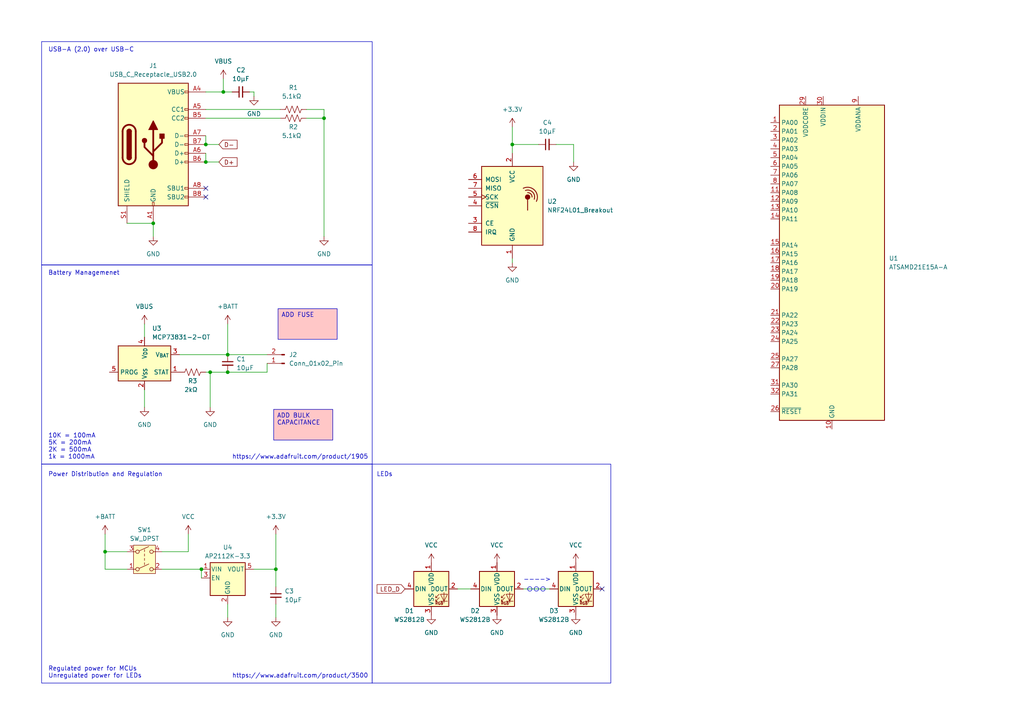
<source format=kicad_sch>
(kicad_sch (version 20230121) (generator eeschema)
  (paper "A4")
  (title_block (title "Phorae v1.0") (date "2024-01-29") (rev "A") (company "Peanut Buttery Jellyfish") (comment 1 "Made for Stanford Design 161 with Love") (comment 2 "592 Mayfield Ave, Palo Alto, CA 94305, USA") (comment 3 "Eng: Max, Sav, Katie, Zach") (comment 4 "Open source and public. Please distribute."))
  (lib_symbols
    (symbol "Battery_Management:MCP73831-2-OT"
      (property "Reference" "U" (at -7.62 6.35 0))
      (property "Value" "MCP73831-2-OT" (at 1.27 6.35 0))
      (symbol "MCP73831-2-OT_0_1"
        (rectangle (start -7.62 5.08) (end 7.62 -5.08) (stroke (width 0.254)) (fill (type background)))
      )
      (symbol "MCP73831-2-OT_1_1"
        (pin output line (at 10.16 -2.54 180) (length 2.54) (name "STAT") (number "1"))
        (pin power_in line (at 0 -7.62 90) (length 2.54) (name "V_{SS}") (number "2"))
        (pin power_out line (at 10.16 2.54 180) (length 2.54) (name "V_{BAT}") (number "3"))
        (pin power_in line (at 0 7.62 270) (length 2.54) (name "V_{DD}") (number "4"))
        (pin input line (at -10.16 -2.54 0) (length 2.54) (name "PROG") (number "5"))
      )
    )
    (symbol "Connector:Conn_01x02_Pin" (pin_names (offset 1.016) hide)
      (property "Reference" "J" (at 0 2.54 0))
      (property "Value" "Conn_01x02_Pin" (at 0 -5.08 0))
      (symbol "Conn_01x02_Pin_1_1"
        (polyline (pts (xy 1.27 -2.54) (xy 0.8636 -2.54)) (stroke (width 0.1524)))
        (polyline (pts (xy 1.27 0) (xy 0.8636 0)) (stroke (width 0.1524)))
        (rectangle (start 0.8636 -2.413) (end 0 -2.667) (stroke (width 0.1524)) (fill (type outline)))
        (rectangle (start 0.8636 0.127) (end 0 -0.127) (stroke (width 0.1524)) (fill (type outline)))
        (pin passive line (at 5.08 0 180) (length 3.81) (name "Pin_1") (number "1"))
        (pin passive line (at 5.08 -2.54 180) (length 3.81) (name "Pin_2") (number "2"))
      )
    )
    (symbol "Connector:USB_C_Receptacle_USB2.0" (pin_names (offset 1.016))
      (property "Reference" "J" (at -10.16 19.05 0))
      (property "Value" "USB_C_Receptacle_USB2.0" (at 19.05 19.05 0))
      (symbol "USB_C_Receptacle_USB2.0_0_0"
        (rectangle (start -0.254 -17.78) (end 0.254 -16.764))
        (rectangle (start 10.16 -14.986) (end 9.144 -15.494))
        (rectangle (start 10.16 -12.446) (end 9.144 -12.954))
        (rectangle (start 10.16 -4.826) (end 9.144 -5.334))
        (rectangle (start 10.16 -2.286) (end 9.144 -2.794))
        (rectangle (start 10.16 0.254) (end 9.144 -0.254))
        (rectangle (start 10.16 2.794) (end 9.144 2.286))
        (rectangle (start 10.16 7.874) (end 9.144 7.366))
        (rectangle (start 10.16 10.414) (end 9.144 9.906))
        (rectangle (start 10.16 15.494) (end 9.144 14.986))
      )
      (symbol "USB_C_Receptacle_USB2.0_0_1"
        (rectangle (start -10.16 17.78) (end 10.16 -17.78) (stroke (width 0.254)) (fill (type background)))
        (arc (start -8.89 -3.81) (mid -6.985 -5.7067) (end -5.08 -3.81) (stroke (width 0.508)))
        (arc (start -7.62 -3.81) (mid -6.985 -4.4423) (end -6.35 -3.81) (stroke (width 0.254)))
        (arc (start -7.62 -3.81) (mid -6.985 -4.4423) (end -6.35 -3.81) (stroke (width 0.254)) (fill (type outline)))
        (rectangle (start -7.62 -3.81) (end -6.35 3.81) (stroke (width 0.254)) (fill (type outline)))
        (arc (start -6.35 3.81) (mid -6.985 4.4423) (end -7.62 3.81) (stroke (width 0.254)))
        (arc (start -6.35 3.81) (mid -6.985 4.4423) (end -7.62 3.81) (stroke (width 0.254)) (fill (type outline)))
        (arc (start -5.08 3.81) (mid -6.985 5.7067) (end -8.89 3.81) (stroke (width 0.508)))
        (circle (center -2.54 1.143) (radius 0.635) (stroke (width 0.254)) (fill (type outline)))
        (circle (center 0 -5.842) (radius 1.27) (fill (type outline)))
        (polyline (pts (xy -8.89 -3.81) (xy -8.89 3.81)) (stroke (width 0.508)))
        (polyline (pts (xy -5.08 3.81) (xy -5.08 -3.81)) (stroke (width 0.508)))
        (polyline (pts (xy 0 -5.842) (xy 0 4.318)) (stroke (width 0.508)))
        (polyline (pts (xy 0 -3.302) (xy -2.54 -0.762) (xy -2.54 0.508)) (stroke (width 0.508)))
        (polyline (pts (xy 0 -2.032) (xy 2.54 0.508) (xy 2.54 1.778)) (stroke (width 0.508)))
        (polyline (pts (xy -1.27 4.318) (xy 0 6.858) (xy 1.27 4.318) (xy -1.27 4.318)) (stroke (width 0.254)) (fill (type outline)))
        (rectangle (start 1.905 1.778) (end 3.175 3.048) (stroke (width 0.254)) (fill (type outline)))
      )
      (symbol "USB_C_Receptacle_USB2.0_1_1"
        (pin passive line (at 0 -22.86 90) (length 5.08) (name "GND") (number "A1"))
        (pin passive line (at 0 -22.86 90) (length 5.08) hide (name "GND") (number "A12"))
        (pin passive line (at 15.24 15.24 180) (length 5.08) (name "VBUS") (number "A4"))
        (pin bidirectional line (at 15.24 10.16 180) (length 5.08) (name "CC1") (number "A5"))
        (pin bidirectional line (at 15.24 -2.54 180) (length 5.08) (name "D+") (number "A6"))
        (pin bidirectional line (at 15.24 2.54 180) (length 5.08) (name "D-") (number "A7"))
        (pin bidirectional line (at 15.24 -12.7 180) (length 5.08) (name "SBU1") (number "A8"))
        (pin passive line (at 15.24 15.24 180) (length 5.08) hide (name "VBUS") (number "A9"))
        (pin passive line (at 0 -22.86 90) (length 5.08) hide (name "GND") (number "B1"))
        (pin passive line (at 0 -22.86 90) (length 5.08) hide (name "GND") (number "B12"))
        (pin passive line (at 15.24 15.24 180) (length 5.08) hide (name "VBUS") (number "B4"))
        (pin bidirectional line (at 15.24 7.62 180) (length 5.08) (name "CC2") (number "B5"))
        (pin bidirectional line (at 15.24 -5.08 180) (length 5.08) (name "D+") (number "B6"))
        (pin bidirectional line (at 15.24 0 180) (length 5.08) (name "D-") (number "B7"))
        (pin bidirectional line (at 15.24 -15.24 180) (length 5.08) (name "SBU2") (number "B8"))
        (pin passive line (at 15.24 15.24 180) (length 5.08) hide (name "VBUS") (number "B9"))
        (pin passive line (at -7.62 -22.86 90) (length 5.08) (name "SHIELD") (number "S1"))
      )
    )
    (symbol "Device:C_Small" (pin_numbers hide) (pin_names (offset 0.254) hide)
      (property "Reference" "C" (at 0.254 1.778 0))
      (property "Value" "C_Small" (at 0.254 -2.032 0))
      (symbol "C_Small_0_1"
        (polyline (pts (xy -1.524 -0.508) (xy 1.524 -0.508)) (stroke (width 0.3302)))
        (polyline (pts (xy -1.524 0.508) (xy 1.524 0.508)) (stroke (width 0.3048)))
      )
      (symbol "C_Small_1_1"
        (pin passive line (at 0 2.54 270) (length 2.032) (name "~") (number "1"))
        (pin passive line (at 0 -2.54 90) (length 2.032) (name "~") (number "2"))
      )
    )
    (symbol "Device:R_US" (pin_numbers hide) (pin_names (offset 0))
      (property "Reference" "R" (at 2.54 0 90))
      (property "Value" "R_US" (at -2.54 0 90))
      (symbol "R_US_0_1"
        (polyline (pts (xy 0 -2.286) (xy 0 -2.54)))
        (polyline (pts (xy 0 2.286) (xy 0 2.54)))
        (polyline (pts (xy 0 -0.762) (xy 1.016 -1.143) (xy 0 -1.524) (xy -1.016 -1.905) (xy 0 -2.286)))
        (polyline (pts (xy 0 0.762) (xy 1.016 0.381) (xy 0 0) (xy -1.016 -0.381) (xy 0 -0.762)))
        (polyline (pts (xy 0 2.286) (xy 1.016 1.905) (xy 0 1.524) (xy -1.016 1.143) (xy 0 0.762)))
      )
      (symbol "R_US_1_1"
        (pin passive line (at 0 3.81 270) (length 1.27) (name "~") (number "1"))
        (pin passive line (at 0 -3.81 90) (length 1.27) (name "~") (number "2"))
      )
    )
    (symbol "LED:WS2812B" (pin_names (offset 0.254))
      (property "Reference" "D" (at 5.08 5.715 0))
      (property "Value" "WS2812B" (at 1.27 -5.715 0))
      (symbol "WS2812B_0_0"
        (text "RGB" (at 2.286 -4.191 0) (effects (font (size 0.762 0.762))))
      )
      (symbol "WS2812B_0_1"
        (polyline (pts (xy 1.27 -3.556) (xy 1.778 -3.556)))
        (polyline (pts (xy 1.27 -2.54) (xy 1.778 -2.54)))
        (polyline (pts (xy 4.699 -3.556) (xy 2.667 -3.556)))
        (polyline (pts (xy 2.286 -2.54) (xy 1.27 -3.556) (xy 1.27 -3.048)))
        (polyline (pts (xy 2.286 -1.524) (xy 1.27 -2.54) (xy 1.27 -2.032)))
        (polyline (pts (xy 3.683 -1.016) (xy 3.683 -3.556) (xy 3.683 -4.064)))
        (polyline (pts (xy 4.699 -1.524) (xy 2.667 -1.524) (xy 3.683 -3.556) (xy 4.699 -1.524)))
        (rectangle (start 5.08 5.08) (end -5.08 -5.08) (stroke (width 0.254)) (fill (type background)))
      )
      (symbol "WS2812B_1_1"
        (pin power_in line (at 0 7.62 270) (length 2.54) (name "VDD") (number "1"))
        (pin output line (at 7.62 0 180) (length 2.54) (name "DOUT") (number "2"))
        (pin power_in line (at 0 -7.62 90) (length 2.54) (name "VSS") (number "3"))
        (pin input line (at -7.62 0 0) (length 2.54) (name "DIN") (number "4"))
      )
    )
    (symbol "MCU_Microchip_SAMD:ATSAMD21E15A-A"
      (property "Reference" "U" (at 0 2.54 0))
      (property "Value" "ATSAMD21E15A-A" (at 0 -2.54 0))
      (symbol "ATSAMD21E15A-A_1_1"
        (rectangle (start -15.24 45.72) (end 15.24 -45.72) (stroke (width 0.254)) (fill (type background)))
        (pin bidirectional line (at -17.78 40.64 0) (length 2.54) (name "PA00") (number "1"))
        (pin power_in line (at 0 -48.26 90) (length 2.54) (name "GND") (number "10"))
        (pin bidirectional line (at -17.78 20.32 0) (length 2.54) (name "PA08") (number "11"))
        (pin bidirectional line (at -17.78 17.78 0) (length 2.54) (name "PA09") (number "12"))
        (pin bidirectional line (at -17.78 15.24 0) (length 2.54) (name "PA10") (number "13"))
        (pin bidirectional line (at -17.78 12.7 0) (length 2.54) (name "PA11") (number "14"))
        (pin bidirectional line (at -17.78 5.08 0) (length 2.54) (name "PA14") (number "15"))
        (pin bidirectional line (at -17.78 2.54 0) (length 2.54) (name "PA15") (number "16"))
        (pin bidirectional line (at -17.78 0 0) (length 2.54) (name "PA16") (number "17"))
        (pin bidirectional line (at -17.78 -2.54 0) (length 2.54) (name "PA17") (number "18"))
        (pin bidirectional line (at -17.78 -5.08 0) (length 2.54) (name "PA18") (number "19"))
        (pin bidirectional line (at -17.78 38.1 0) (length 2.54) (name "PA01") (number "2"))
        (pin bidirectional line (at -17.78 -7.62 0) (length 2.54) (name "PA19") (number "20"))
        (pin bidirectional line (at -17.78 -15.24 0) (length 2.54) (name "PA22") (number "21"))
        (pin bidirectional line (at -17.78 -17.78 0) (length 2.54) (name "PA23") (number "22"))
        (pin bidirectional line (at -17.78 -20.32 0) (length 2.54) (name "PA24") (number "23"))
        (pin bidirectional line (at -17.78 -22.86 0) (length 2.54) (name "PA25") (number "24"))
        (pin bidirectional line (at -17.78 -27.94 0) (length 2.54) (name "PA27") (number "25"))
        (pin input line (at -17.78 -43.18 0) (length 2.54) (name "~{RESET}") (number "26"))
        (pin bidirectional line (at -17.78 -30.48 0) (length 2.54) (name "PA28") (number "27"))
        (pin passive line (at 0 -48.26 90) (length 2.54) hide (name "GND") (number "28"))
        (pin power_out line (at -7.62 48.26 270) (length 2.54) (name "VDDCORE") (number "29"))
        (pin bidirectional line (at -17.78 35.56 0) (length 2.54) (name "PA02") (number "3"))
        (pin power_in line (at -2.54 48.26 270) (length 2.54) (name "VDDIN") (number "30"))
        (pin bidirectional line (at -17.78 -35.56 0) (length 2.54) (name "PA30") (number "31"))
        (pin bidirectional line (at -17.78 -38.1 0) (length 2.54) (name "PA31") (number "32"))
        (pin bidirectional line (at -17.78 33.02 0) (length 2.54) (name "PA03") (number "4"))
        (pin bidirectional line (at -17.78 30.48 0) (length 2.54) (name "PA04") (number "5"))
        (pin bidirectional line (at -17.78 27.94 0) (length 2.54) (name "PA05") (number "6"))
        (pin bidirectional line (at -17.78 25.4 0) (length 2.54) (name "PA06") (number "7"))
        (pin bidirectional line (at -17.78 22.86 0) (length 2.54) (name "PA07") (number "8"))
        (pin power_in line (at 7.62 48.26 270) (length 2.54) (name "VDDANA") (number "9"))
      )
    )
    (symbol "RF:NRF24L01_Breakout" (pin_names (offset 1.016))
      (property "Reference" "U" (at -8.89 12.7 0))
      (property "Value" "NRF24L01_Breakout" (at 3.81 12.7 0))
      (symbol "NRF24L01_Breakout_0_1"
        (rectangle (start -8.89 11.43) (end 8.89 -11.43) (stroke (width 0.254)) (fill (type background)))
        (polyline (pts (xy 4.445 1.905) (xy 4.445 -1.27)) (stroke (width 0.254)))
        (circle (center 4.445 2.54) (radius 0.635) (stroke (width 0.254)) (fill (type outline)))
        (arc (start 5.715 2.54) (mid 5.3521 3.4546) (end 4.445 3.81) (stroke (width 0.254)))
        (arc (start 6.35 1.905) (mid 5.8763 3.9854) (end 3.81 4.445) (stroke (width 0.254)))
        (arc (start 6.985 1.27) (mid 6.453 4.548) (end 3.175 5.08) (stroke (width 0.254)))
      )
      (symbol "NRF24L01_Breakout_1_1"
        (pin power_in line (at 0 -15.24 90) (length 3.81) (name "GND") (number "1"))
        (pin power_in line (at 0 15.24 270) (length 3.81) (name "VCC") (number "2"))
        (pin input line (at -12.7 -5.08 0) (length 3.81) (name "CE") (number "3"))
        (pin input line (at -12.7 0 0) (length 3.81) (name "~{CSN}") (number "4"))
        (pin input clock (at -12.7 2.54 0) (length 3.81) (name "SCK") (number "5"))
        (pin input line (at -12.7 7.62 0) (length 3.81) (name "MOSI") (number "6"))
        (pin output line (at -12.7 5.08 0) (length 3.81) (name "MISO") (number "7"))
        (pin output line (at -12.7 -7.62 0) (length 3.81) (name "IRQ") (number "8"))
      )
    )
    (symbol "Regulator_Linear:AP2112K-3.3" (pin_names (offset 0.254))
      (property "Reference" "U" (at -5.08 5.715 0))
      (property "Value" "AP2112K-3.3" (at 0 5.715 0))
      (symbol "AP2112K-3.3_0_1"
        (rectangle (start -5.08 4.445) (end 5.08 -5.08) (stroke (width 0.254)) (fill (type background)))
      )
      (symbol "AP2112K-3.3_1_1"
        (pin power_in line (at -7.62 2.54 0) (length 2.54) (name "VIN") (number "1"))
        (pin power_in line (at 0 -7.62 90) (length 2.54) (name "GND") (number "2"))
        (pin input line (at -7.62 0 0) (length 2.54) (name "EN") (number "3"))
        (pin no_connect line (at 5.08 0 180) (length 2.54) hide (name "NC") (number "4"))
        (pin power_out line (at 7.62 2.54 180) (length 2.54) (name "VOUT") (number "5"))
      )
    )
    (symbol "Switch:SW_DPST" (pin_names (offset 0) hide)
      (property "Reference" "SW" (at 0 6.35 0))
      (property "Value" "SW_DPST" (at 0 -5.08 0))
      (symbol "SW_DPST_0_0"
        (circle (center -2.032 -2.54) (radius 0.508))
        (circle (center -2.032 2.54) (radius 0.508))
        (polyline (pts (xy -1.524 -2.286) (xy 1.27 -1.016)))
        (polyline (pts (xy -1.524 2.794) (xy 1.27 4.064)))
        (polyline (pts (xy 0 -1.27) (xy 0 -0.635)))
        (polyline (pts (xy 0 0) (xy 0 0.635)))
        (polyline (pts (xy 0 1.27) (xy 0 1.905)))
        (polyline (pts (xy 0 2.54) (xy 0 3.175)))
        (circle (center 2.032 -2.54) (radius 0.508))
        (circle (center 2.032 2.54) (radius 0.508))
      )
      (symbol "SW_DPST_1_1"
        (rectangle (start -3.175 4.445) (end 3.175 -3.81) (fill (type background)))
        (pin passive line (at -5.08 -2.54 0) (length 2.54) (name "1") (number "1"))
        (pin passive line (at 5.08 -2.54 180) (length 2.54) (name "2") (number "2"))
        (pin passive line (at -5.08 2.54 0) (length 2.54) (name "3") (number "3"))
        (pin passive line (at 5.08 2.54 180) (length 2.54) (name "4") (number "4"))
      )
    )
    (symbol "power:+3.3V" (power) (pin_names (offset 0))
      (property "Value" "+3.3V" (at 0 3.556 0))
      (symbol "+3.3V_0_1"
        (polyline (pts (xy -0.762 1.27) (xy 0 2.54)))
        (polyline (pts (xy 0 0) (xy 0 2.54)))
        (polyline (pts (xy 0 2.54) (xy 0.762 1.27)))
      )
      (symbol "+3.3V_1_1"
        (pin power_in line (at 0 0 90) (length 0) hide (name "+3.3V") (number "1"))
      )
    )
    (symbol "power:+BATT" (power) (pin_names (offset 0))
      (property "Value" "+BATT" (at 0 3.556 0))
      (symbol "+BATT_0_1"
        (polyline (pts (xy -0.762 1.27) (xy 0 2.54)))
        (polyline (pts (xy 0 0) (xy 0 2.54)))
        (polyline (pts (xy 0 2.54) (xy 0.762 1.27)))
      )
      (symbol "+BATT_1_1"
        (pin power_in line (at 0 0 90) (length 0) hide (name "+BATT") (number "1"))
      )
    )
    (symbol "power:GND" (power) (pin_names (offset 0))
      (property "Value" "GND" (at 0 -3.81 0))
      (symbol "GND_0_1"
        (polyline (pts (xy 0 0) (xy 0 -1.27) (xy 1.27 -1.27) (xy 0 -2.54) (xy -1.27 -1.27) (xy 0 -1.27)))
      )
      (symbol "GND_1_1"
        (pin power_in line (at 0 0 270) (length 0) hide (name "GND") (number "1"))
      )
    )
    (symbol "power:VBUS" (power) (pin_names (offset 0))
      (property "Value" "VBUS" (at 0 3.81 0))
      (symbol "VBUS_0_1"
        (polyline (pts (xy -0.762 1.27) (xy 0 2.54)))
        (polyline (pts (xy 0 0) (xy 0 2.54)))
        (polyline (pts (xy 0 2.54) (xy 0.762 1.27)))
      )
      (symbol "VBUS_1_1"
        (pin power_in line (at 0 0 90) (length 0) hide (name "VBUS") (number "1"))
      )
    )
    (symbol "power:VCC" (power) (pin_names (offset 0))
      (property "Value" "VCC" (at 0 3.81 0))
      (symbol "VCC_0_1"
        (polyline (pts (xy -0.762 1.27) (xy 0 2.54)))
        (polyline (pts (xy 0 0) (xy 0 2.54)))
        (polyline (pts (xy 0 2.54) (xy 0.762 1.27)))
      )
      (symbol "VCC_1_1"
        (pin power_in line (at 0 0 90) (length 0) hide (name "VCC") (number "1"))
      )
    )
  )
  (junction (at 59.69 46.99))
  (junction (at 60.96 107.95))
  (junction (at 93.98 34.29))
  (junction (at 44.45 64.77))
  (junction (at 66.04 107.95))
  (junction (at 80.01 165.1))
  (junction (at 30.48 160.02))
  (junction (at 66.04 102.87))
  (junction (at 59.69 41.91))
  (junction (at 148.59 41.91))
  (junction (at 58.42 165.1))
  (junction (at 64.77 26.67))
  (no_connect (at 174.625 170.815))
  (no_connect (at 59.69 54.61))
  (no_connect (at 59.69 57.15))
  (wire (pts (xy 59.69 39.37) (xy 59.69 41.91)))
  (wire (pts (xy 166.37 41.91) (xy 166.37 46.99)))
  (wire (pts (xy 44.45 64.77) (xy 44.45 68.58)))
  (wire (pts (xy 93.98 34.29) (xy 93.98 68.58)))
  (wire (pts (xy 80.01 170.18) (xy 80.01 165.1)))
  (wire (pts (xy 66.04 175.26) (xy 66.04 179.07)))
  (wire (pts (xy 58.42 165.1) (xy 58.42 167.64)))
  (wire (pts (xy 73.66 26.67) (xy 73.66 27.94)))
  (wire (pts (xy 148.59 41.91) (xy 156.21 41.91)))
  (wire (pts (xy 36.83 64.77) (xy 44.45 64.77)))
  (wire (pts (xy 59.69 41.91) (xy 63.5 41.91)))
  (wire (pts (xy 30.48 165.1) (xy 36.83 165.1)))
  (wire (pts (xy 88.9 31.75) (xy 93.98 31.75)))
  (wire (pts (xy 30.48 160.02) (xy 36.83 160.02)))
  (wire (pts (xy 66.04 107.95) (xy 77.47 107.95)))
  (wire (pts (xy 41.91 113.03) (xy 41.91 118.11)))
  (wire (pts (xy 60.96 107.95) (xy 60.96 118.11)))
  (wire (pts (xy 77.47 107.95) (xy 77.47 105.41)))
  (wire (pts (xy 66.04 102.87) (xy 77.47 102.87)))
  (wire (pts (xy 54.61 160.02) (xy 54.61 154.94)))
  (wire (pts (xy 59.69 31.75) (xy 81.28 31.75)))
  (wire (pts (xy 151.765 170.815) (xy 159.385 170.815)))
  (wire (pts (xy 93.98 31.75) (xy 93.98 34.29)))
  (wire (pts (xy 59.69 26.67) (xy 64.77 26.67)))
  (wire (pts (xy 88.9 34.29) (xy 93.98 34.29)))
  (wire (pts (xy 66.04 93.98) (xy 66.04 102.87)))
  (wire (pts (xy 148.59 41.91) (xy 148.59 44.45)))
  (wire (pts (xy 148.59 41.91) (xy 148.59 36.83)))
  (wire (pts (xy 80.01 175.26) (xy 80.01 179.07)))
  (wire (pts (xy 67.31 26.67) (xy 64.77 26.67)))
  (wire (pts (xy 80.01 165.1) (xy 80.01 154.94)))
  (wire (pts (xy 73.66 26.67) (xy 72.39 26.67)))
  (wire (pts (xy 46.99 165.1) (xy 58.42 165.1)))
  (wire (pts (xy 59.69 107.95) (xy 60.96 107.95)))
  (wire (pts (xy 161.29 41.91) (xy 166.37 41.91)))
  (wire (pts (xy 46.99 160.02) (xy 54.61 160.02)))
  (wire (pts (xy 30.48 160.02) (xy 30.48 165.1)))
  (wire (pts (xy 59.69 46.99) (xy 59.69 44.45)))
  (wire (pts (xy 73.66 165.1) (xy 80.01 165.1)))
  (wire (pts (xy 30.48 154.94) (xy 30.48 160.02)))
  (wire (pts (xy 52.07 102.87) (xy 66.04 102.87)))
  (wire (pts (xy 64.77 26.67) (xy 64.77 22.86)))
  (wire (pts (xy 41.91 97.79) (xy 41.91 93.98)))
  (wire (pts (xy 59.69 46.99) (xy 63.5 46.99)))
  (wire (pts (xy 60.96 107.95) (xy 66.04 107.95)))
  (wire (pts (xy 132.715 170.815) (xy 136.525 170.815)))
  (wire (pts (xy 148.59 74.93) (xy 148.59 76.2)))
  (wire (pts (xy 59.69 34.29) (xy 81.28 34.29)))
  (rectangle (start 12.065 134.62) (end 107.95 198.12))
  (circle (center 153.67 170.815) (radius 0.635) (fill (type color)))
  (rectangle (start 12.065 12.065) (end 107.95 76.835))
  (rectangle (start 12.065 76.835) (end 107.95 134.62))
  (rectangle (start 107.95 134.62) (end 177.165 198.12))
  (circle (center 157.48 170.815) (radius 0.635) (fill (type color)))
  (circle (center 155.575 170.815) (radius 0.635) (fill (type color)))
  (text_box "ADD FUSE\n" (at 80.645 89.535 0) (size 17.145 8.89) (fill (type color) (color 255 2 0 0.22)) (effects (font (size 1.27 1.27)) (justify left top)))
  (text_box "ADD BULK CAPACITANCE" (at 79.375 118.745 0) (size 17.145 8.89) (fill (type color) (color 255 2 0 0.22)) (effects (font (size 1.27 1.27)) (justify left top)))
  (text "Battery Managemenet" (at 13.97 80.01 0) (effects (font (size 1.27 1.27)) (justify left bottom)))
  (text "Power Distribution and Regulation\n" (at 13.97 138.43 0) (effects (font (size 1.27 1.27)) (justify left bottom)))
  (text "LEDs\n" (at 109.22 138.43 0) (effects (font (size 1.27 1.27)) (justify left bottom)))
  (text "10K = 100mA\n5K = 200mA\n2K = 500mA\n1k = 1000mA" (at 13.97 133.35 0) (effects (font (size 1.27 1.27)) (justify left bottom)))
  (text "https://www.adafruit.com/product/1905" (at 67.31 133.35 0) (effects (font (size 1.27 1.27)) (justify left bottom)))
  (text "https://www.adafruit.com/product/3500" (at 67.31 196.85 0) (effects (font (size 1.27 1.27)) (justify left bottom)))
  (text "USB-A (2.0) over USB-C" (at 13.97 15.24 0) (effects (font (size 1.27 1.27)) (justify left bottom)))
  (text "---->" (at 151.765 168.91 0) (effects (font (size 1.27 1.27)) (justify left bottom)))
  (text "Regulated power for MCUs\nUnregulated power for LEDs" (at 13.97 196.85 0) (effects (font (size 1.27 1.27)) (justify left bottom)))
  (global_label "LED_D" (shape input) (at 117.475 170.815 180) (property "Intersheetrefs" "${INTERSHEET_REFS}" (effects hide)))
  (global_label "D+" (shape input) (at 63.5 46.99 0) (property "Intersheetrefs" "${INTERSHEET_REFS}" (effects hide)))
  (global_label "D-" (shape input) (at 63.5 41.91 0) (property "Intersheetrefs" "${INTERSHEET_REFS}" (effects hide)))
  (symbol (lib_id "Device:C_Small") (at 69.85 26.67 90) (unit 1)
    (property "Reference" "C2" (at 69.8563 20.32 90))
    (property "Value" "10µF" (at 69.8563 22.86 90))
  )
  (symbol (lib_id "power:VCC") (at 167.005 163.195 0) (unit 1)
    (property "Reference" "#PWR022" (effects hide))
    (property "Value" "VCC" (at 167.005 158.115 0))
  )
  (symbol (lib_id "Battery_Management:MCP73831-2-OT") (at 41.91 105.41 0) (unit 1)
    (property "Reference" "U3" (at 44.1041 95.25 0) (effects (justify left)))
    (property "Value" "MCP73831-2-OT" (at 44.1041 97.79 0) (effects (justify left)))
    (property "Footprint" "Package_TO_SOT_SMD:SOT-23-5" (effects hide))
    (property "Datasheet" "http://ww1.microchip.com/downloads/en/DeviceDoc/20001984g.pdf" (effects hide))
  )
  (symbol (lib_id "Device:C_Small") (at 66.04 105.41 0) (unit 1)
    (property "Reference" "C1" (at 68.58 104.1463 0) (effects (justify left)))
    (property "Value" "10µF" (at 68.58 106.6863 0) (effects (justify left)))
  )
  (symbol (lib_id "Device:R_US") (at 55.88 107.95 270) (unit 1)
    (property "Reference" "R3" (at 55.88 110.49 90))
    (property "Value" "2kΩ " (at 55.88 113.03 90))
  )
  (symbol (lib_id "RF:NRF24L01_Breakout") (at 148.59 59.69 0) (unit 1)
    (property "Reference" "U2" (at 158.75 58.42 0) (effects (justify left)))
    (property "Value" "NRF24L01_Breakout" (at 158.75 60.96 0) (effects (justify left)))
    (property "Footprint" "RF_Module:nRF24L01_Breakout" (effects hide))
    (property "Datasheet" "http://www.nordicsemi.com/eng/content/download/2730/34105/file/nRF24L01_Product_Specification_v2_0.pdf" (effects hide))
  )
  (symbol (lib_id "power:GND") (at 60.96 118.11 0) (unit 1)
    (property "Reference" "#PWR06" (effects hide))
    (property "Value" "GND" (at 60.96 123.19 0))
  )
  (symbol (lib_id "power:+3.3V") (at 148.59 36.83 0) (unit 1)
    (property "Reference" "#PWR014" (effects hide))
    (property "Value" "+3.3V" (at 148.59 31.75 0))
  )
  (symbol (lib_id "power:VCC") (at 54.61 154.94 0) (unit 1)
    (property "Reference" "#PWR05" (effects hide))
    (property "Value" "VCC" (at 54.61 149.86 0))
  )
  (symbol (lib_id "Connector:USB_C_Receptacle_USB2.0") (at 44.45 41.91 0) (unit 1)
    (property "Reference" "J1" (at 44.45 19.05 0))
    (property "Value" "USB_C_Receptacle_USB2.0" (at 44.45 21.59 0))
    (property "Footprint" "Connector_USB:USB_C_Receptacle_Amphenol_12401610E4-2A" (effects hide))
    (property "Datasheet" "https://www.usb.org/sites/default/files/documents/usb_type-c.zip" (effects hide))
  )
  (symbol (lib_id "power:GND") (at 66.04 179.07 0) (unit 1)
    (property "Reference" "#PWR011" (effects hide))
    (property "Value" "GND" (at 66.04 184.15 0))
  )
  (symbol (lib_id "power:GND") (at 80.01 179.07 0) (unit 1)
    (property "Reference" "#PWR012" (effects hide))
    (property "Value" "GND" (at 80.01 184.15 0))
  )
  (symbol (lib_id "power:GND") (at 148.59 76.2 0) (unit 1)
    (property "Reference" "#PWR015" (effects hide))
    (property "Value" "GND" (at 148.59 81.28 0))
  )
  (symbol (lib_id "power:GND") (at 73.66 27.94 0) (unit 1)
    (property "Reference" "#PWR07" (effects hide))
    (property "Value" "GND" (at 73.66 33.02 0))
  )
  (symbol (lib_id "LED:WS2812B") (at 144.145 170.815 0) (unit 1)
    (property "Reference" "D2" (at 137.795 177.165 0))
    (property "Value" "WS2812B" (at 137.795 179.705 0))
    (property "Footprint" "LED_SMD:LED_WS2812B_PLCC4_5.0x5.0mm_P3.2mm" (effects hide))
    (property "Datasheet" "https://cdn-shop.adafruit.com/datasheets/WS2812B.pdf" (effects hide))
  )
  (symbol (lib_id "power:GND") (at 41.91 118.11 0) (unit 1)
    (property "Reference" "#PWR04" (effects hide))
    (property "Value" "GND" (at 41.91 123.19 0))
  )
  (symbol (lib_id "MCU_Microchip_SAMD:ATSAMD21E15A-A") (at 241.3 76.2 0) (unit 1)
    (property "Reference" "U1" (at 257.81 74.93 0) (effects (justify left)))
    (property "Value" "ATSAMD21E15A-A" (at 257.81 77.47 0) (effects (justify left)))
    (property "Footprint" "Package_QFP:TQFP-32_7x7mm_P0.8mm" (effects hide))
    (property "Datasheet" "http://ww1.microchip.com/downloads/en/DeviceDoc/SAM_D21_DA1_Family_Data%20Sheet_DS40001882E.pdf" (effects hide))
  )
  (symbol (lib_id "LED:WS2812B") (at 167.005 170.815 0) (unit 1)
    (property "Reference" "D3" (at 160.655 177.165 0))
    (property "Value" "WS2812B" (at 160.655 179.705 0))
    (property "Footprint" "LED_SMD:LED_WS2812B_PLCC4_5.0x5.0mm_P3.2mm" (effects hide))
    (property "Datasheet" "https://cdn-shop.adafruit.com/datasheets/WS2812B.pdf" (effects hide))
  )
  (symbol (lib_id "Device:R_US") (at 85.09 34.29 90) (unit 1)
    (property "Reference" "R2" (at 85.09 36.83 90))
    (property "Value" "5.1kΩ " (at 85.09 39.37 90))
  )
  (symbol (lib_id "power:VCC") (at 125.095 163.195 0) (unit 1)
    (property "Reference" "#PWR020" (effects hide))
    (property "Value" "VCC" (at 125.095 158.115 0))
  )
  (symbol (lib_id "power:GND") (at 93.98 68.58 0) (unit 1)
    (property "Reference" "#PWR01" (effects hide))
    (property "Value" "GND" (at 93.98 73.66 0))
  )
  (symbol (lib_id "power:+3.3V") (at 80.01 154.94 0) (unit 1)
    (property "Reference" "#PWR010" (effects hide))
    (property "Value" "+3.3V" (at 80.01 149.86 0))
  )
  (symbol (lib_id "power:GND") (at 166.37 46.99 0) (unit 1)
    (property "Reference" "#PWR016" (effects hide))
    (property "Value" "GND" (at 166.37 52.07 0))
  )
  (symbol (lib_id "power:VBUS") (at 41.91 93.98 0) (unit 1)
    (property "Reference" "#PWR03" (effects hide))
    (property "Value" "VBUS" (at 41.91 88.9 0))
  )
  (symbol (lib_id "power:GND") (at 167.005 178.435 0) (unit 1)
    (property "Reference" "#PWR019" (effects hide))
    (property "Value" "GND" (at 167.005 183.515 0))
  )
  (symbol (lib_id "power:GND") (at 125.095 178.435 0) (unit 1)
    (property "Reference" "#PWR017" (effects hide))
    (property "Value" "GND" (at 125.095 183.515 0))
  )
  (symbol (lib_id "Device:R_US") (at 85.09 31.75 90) (unit 1)
    (property "Reference" "R1" (at 85.09 25.4 90))
    (property "Value" "5.1kΩ " (at 85.09 27.94 90))
  )
  (symbol (lib_id "power:GND") (at 44.45 68.58 0) (unit 1)
    (property "Reference" "#PWR02" (effects hide))
    (property "Value" "GND" (at 44.45 73.66 0))
  )
  (symbol (lib_id "power:+BATT") (at 30.48 154.94 0) (unit 1)
    (property "Reference" "#PWR09" (effects hide))
    (property "Value" "+BATT" (at 30.48 149.86 0))
  )
  (symbol (lib_id "power:VCC") (at 144.145 163.195 0) (unit 1)
    (property "Reference" "#PWR021" (effects hide))
    (property "Value" "VCC" (at 144.145 158.115 0))
  )
  (symbol (lib_id "Switch:SW_DPST") (at 41.91 162.56 0) (unit 1)
    (property "Reference" "SW1" (at 41.91 153.67 0))
    (property "Value" "SW_DPST" (at 41.91 156.21 0))
  )
  (symbol (lib_id "power:VBUS") (at 64.77 22.86 0) (unit 1)
    (property "Reference" "#PWR013" (effects hide))
    (property "Value" "VBUS" (at 64.77 17.78 0))
  )
  (symbol (lib_id "Regulator_Linear:AP2112K-3.3") (at 66.04 167.64 0) (unit 1)
    (property "Reference" "U4" (at 66.04 158.75 0))
    (property "Value" "AP2112K-3.3" (at 66.04 161.29 0))
    (property "Footprint" "Package_TO_SOT_SMD:SOT-23-5" (effects hide))
    (property "Datasheet" "https://www.diodes.com/assets/Datasheets/AP2112.pdf" (effects hide))
  )
  (symbol (lib_id "Device:C_Small") (at 80.01 172.72 0) (unit 1)
    (property "Reference" "C3" (at 82.55 171.4563 0) (effects (justify left)))
    (property "Value" "10µF" (at 82.55 173.9963 0) (effects (justify left)))
  )
  (symbol (lib_id "power:GND") (at 144.145 178.435 0) (unit 1)
    (property "Reference" "#PWR018" (effects hide))
    (property "Value" "GND" (at 144.145 183.515 0))
  )
  (symbol (lib_id "Device:C_Small") (at 158.75 41.91 90) (unit 1)
    (property "Reference" "C4" (at 158.7563 35.56 90))
    (property "Value" "10µF" (at 158.7563 38.1 90))
  )
  (symbol (lib_id "power:+BATT") (at 66.04 93.98 0) (unit 1)
    (property "Reference" "#PWR08" (effects hide))
    (property "Value" "+BATT" (at 66.04 88.9 0))
  )
  (symbol (lib_id "Connector:Conn_01x02_Pin") (at 82.55 105.41 180) (unit 1)
    (property "Reference" "J2" (at 83.82 102.87 0) (effects (justify right)))
    (property "Value" "Conn_01x02_Pin" (at 83.82 105.41 0) (effects (justify right)))
    (property "Footprint" "Connector_JST:JST_EH_S2B-EH_1x02_P2.50mm_Horizontal" (effects hide))
  )
  (symbol (lib_id "LED:WS2812B") (at 125.095 170.815 0) (unit 1)
    (property "Reference" "D1" (at 118.745 177.165 0))
    (property "Value" "WS2812B" (at 118.745 179.705 0))
    (property "Footprint" "LED_SMD:LED_WS2812B_PLCC4_5.0x5.0mm_P3.2mm" (effects hide))
    (property "Datasheet" "https://cdn-shop.adafruit.com/datasheets/WS2812B.pdf" (effects hide))
  )
)
</source>
